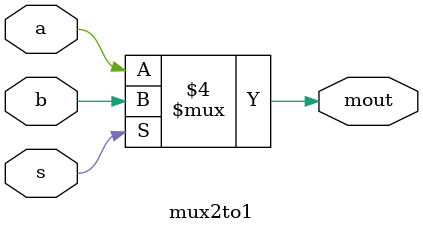
<source format=v>
module mux2to1(a,b,s,mout);
output mout;
input a,b,s;
reg mout;
always @(a or b or s)
begin
if (s==0)
mout=a;
else
mout=b;
end
endmodule
</source>
